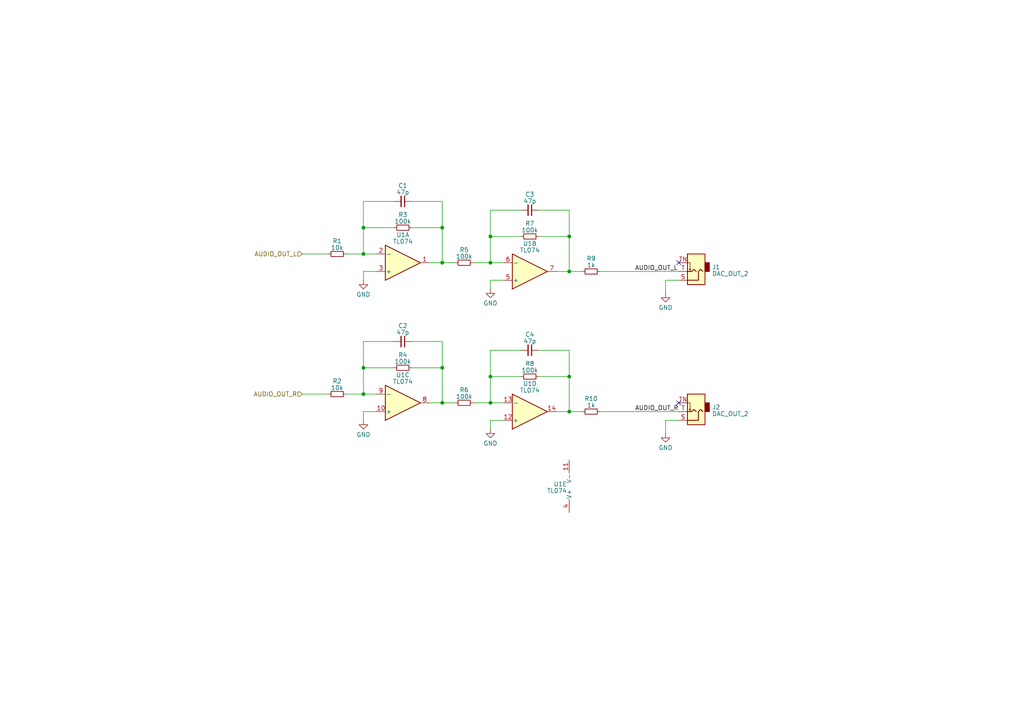
<source format=kicad_sch>
(kicad_sch (version 20230121) (generator eeschema)
  (paper "A4")
  (lib_symbols
    (symbol "Amplifier_Operational:TL074" (pin_names (offset 0.127))
      (property "Reference" "U" (at 0 5.08 0))
      (property "Value" "TL074" (at 0 -5.08 0))
      (symbol "TL074_1_1"
        (polyline (pts (xy -5.08 5.08) (xy 5.08 0) (xy -5.08 -5.08) (xy -5.08 5.08)) (stroke (width 0.254)) (fill (type background)))
        (pin output line (at 7.62 0 180) (length 2.54) (name "~") (number "1"))
        (pin input line (at -7.62 -2.54 0) (length 2.54) (name "-") (number "2"))
        (pin input line (at -7.62 2.54 0) (length 2.54) (name "+") (number "3"))
      )
      (symbol "TL074_2_1"
        (polyline (pts (xy -5.08 5.08) (xy 5.08 0) (xy -5.08 -5.08) (xy -5.08 5.08)) (stroke (width 0.254)) (fill (type background)))
        (pin input line (at -7.62 2.54 0) (length 2.54) (name "+") (number "5"))
        (pin input line (at -7.62 -2.54 0) (length 2.54) (name "-") (number "6"))
        (pin output line (at 7.62 0 180) (length 2.54) (name "~") (number "7"))
      )
      (symbol "TL074_3_1"
        (polyline (pts (xy -5.08 5.08) (xy 5.08 0) (xy -5.08 -5.08) (xy -5.08 5.08)) (stroke (width 0.254)) (fill (type background)))
        (pin input line (at -7.62 2.54 0) (length 2.54) (name "+") (number "10"))
        (pin output line (at 7.62 0 180) (length 2.54) (name "~") (number "8"))
        (pin input line (at -7.62 -2.54 0) (length 2.54) (name "-") (number "9"))
      )
      (symbol "TL074_4_1"
        (polyline (pts (xy -5.08 5.08) (xy 5.08 0) (xy -5.08 -5.08) (xy -5.08 5.08)) (stroke (width 0.254)) (fill (type background)))
        (pin input line (at -7.62 2.54 0) (length 2.54) (name "+") (number "12"))
        (pin input line (at -7.62 -2.54 0) (length 2.54) (name "-") (number "13"))
        (pin output line (at 7.62 0 180) (length 2.54) (name "~") (number "14"))
      )
      (symbol "TL074_5_1"
        (pin power_in line (at -2.54 -7.62 90) (length 3.81) (name "V-") (number "11"))
        (pin power_in line (at -2.54 7.62 270) (length 3.81) (name "V+") (number "4"))
      )
    )
    (symbol "Connector_Audio:AudioJack2_SwitchT"
      (property "Reference" "J" (at 0 8.89 0))
      (property "Value" "AudioJack2_SwitchT" (at 0 6.35 0))
      (symbol "AudioJack2_SwitchT_0_1"
        (rectangle (start -2.54 0) (end -3.81 -2.54) (stroke (width 0.254)) (fill (type outline)))
        (polyline (pts (xy 1.778 -0.254) (xy 2.032 -0.762)))
        (polyline (pts (xy 0 0) (xy 0.635 -0.635) (xy 1.27 0) (xy 2.54 0)) (stroke (width 0.254)))
        (polyline (pts (xy 2.54 -2.54) (xy 1.778 -2.54) (xy 1.778 -0.254) (xy 1.524 -0.762)))
        (polyline (pts (xy 2.54 2.54) (xy -0.635 2.54) (xy -0.635 0) (xy -1.27 -0.635) (xy -1.905 0)) (stroke (width 0.254)))
        (rectangle (start 2.54 3.81) (end -2.54 -5.08) (stroke (width 0.254)) (fill (type background)))
      )
      (symbol "AudioJack2_SwitchT_1_1"
        (pin passive line (at 5.08 2.54 180) (length 2.54) (name "~") (number "S"))
        (pin passive line (at 5.08 0 180) (length 2.54) (name "~") (number "T"))
        (pin passive line (at 5.08 -2.54 180) (length 2.54) (name "~") (number "TN"))
      )
    )
    (symbol "Device:C_Small" (pin_numbers hide) (pin_names (offset 0.254) hide)
      (property "Reference" "C" (at 0.254 1.778 0))
      (property "Value" "C_Small" (at 0.254 -2.032 0))
      (symbol "C_Small_0_1"
        (polyline (pts (xy -1.524 -0.508) (xy 1.524 -0.508)) (stroke (width 0.3302)))
        (polyline (pts (xy -1.524 0.508) (xy 1.524 0.508)) (stroke (width 0.3048)))
      )
      (symbol "C_Small_1_1"
        (pin passive line (at 0 2.54 270) (length 2.032) (name "~") (number "1"))
        (pin passive line (at 0 -2.54 90) (length 2.032) (name "~") (number "2"))
      )
    )
    (symbol "Device:R_Small" (pin_numbers hide) (pin_names (offset 0.254) hide)
      (property "Reference" "R" (at 0.762 0.508 0))
      (property "Value" "R_Small" (at 0.762 -1.016 0))
      (symbol "R_Small_0_1"
        (rectangle (start -0.762 1.778) (end 0.762 -1.778) (stroke (width 0.2032)))
      )
      (symbol "R_Small_1_1"
        (pin passive line (at 0 2.54 270) (length 0.762) (name "~") (number "1"))
        (pin passive line (at 0 -2.54 90) (length 0.762) (name "~") (number "2"))
      )
    )
    (symbol "power:GND" (power) (pin_names (offset 0))
      (property "Value" "GND" (at 0 -3.81 0))
      (symbol "GND_0_1"
        (polyline (pts (xy 0 0) (xy 0 -1.27) (xy 1.27 -1.27) (xy 0 -2.54) (xy -1.27 -1.27) (xy 0 -1.27)))
      )
      (symbol "GND_1_1"
        (pin power_in line (at 0 0 270) (length 0) hide (name "GND") (number "1"))
      )
    )
  )
  (junction (at 165.1 78.74))
  (junction (at 142.24 68.58))
  (junction (at 105.41 66.04))
  (junction (at 165.1 68.58))
  (junction (at 165.1 109.22))
  (junction (at 105.41 106.68))
  (junction (at 128.27 66.04))
  (junction (at 142.24 116.84))
  (junction (at 105.41 73.66))
  (junction (at 165.1 119.38))
  (junction (at 128.27 106.68))
  (junction (at 128.27 76.2))
  (junction (at 142.24 109.22))
  (junction (at 142.24 76.2))
  (junction (at 105.41 114.3))
  (junction (at 128.27 116.84))
  (no_connect (at 196.85 116.84))
  (no_connect (at 196.85 76.2))
  (wire (pts (xy 128.27 99.06) (xy 128.27 106.68)))
  (wire (pts (xy 100.33 114.3) (xy 105.41 114.3)))
  (wire (pts (xy 128.27 106.68) (xy 128.27 116.84)))
  (wire (pts (xy 142.24 68.58) (xy 142.24 60.96)))
  (wire (pts (xy 142.24 68.58) (xy 151.13 68.58)))
  (wire (pts (xy 105.41 66.04) (xy 105.41 58.42)))
  (wire (pts (xy 196.85 121.92) (xy 193.04 121.92)))
  (wire (pts (xy 128.27 76.2) (xy 132.08 76.2)))
  (wire (pts (xy 165.1 78.74) (xy 168.91 78.74)))
  (wire (pts (xy 173.99 78.74) (xy 196.85 78.74)))
  (wire (pts (xy 105.41 99.06) (xy 114.3 99.06)))
  (wire (pts (xy 142.24 81.28) (xy 146.05 81.28)))
  (wire (pts (xy 87.63 114.3) (xy 95.25 114.3)))
  (wire (pts (xy 156.21 101.6) (xy 165.1 101.6)))
  (wire (pts (xy 124.46 76.2) (xy 128.27 76.2)))
  (wire (pts (xy 105.41 73.66) (xy 109.22 73.66)))
  (wire (pts (xy 100.33 73.66) (xy 105.41 73.66)))
  (wire (pts (xy 161.29 78.74) (xy 165.1 78.74)))
  (wire (pts (xy 193.04 121.92) (xy 193.04 125.73)))
  (wire (pts (xy 119.38 58.42) (xy 128.27 58.42)))
  (wire (pts (xy 87.63 73.66) (xy 95.25 73.66)))
  (wire (pts (xy 142.24 121.92) (xy 146.05 121.92)))
  (wire (pts (xy 142.24 116.84) (xy 146.05 116.84)))
  (wire (pts (xy 105.41 106.68) (xy 114.3 106.68)))
  (wire (pts (xy 165.1 101.6) (xy 165.1 109.22)))
  (wire (pts (xy 156.21 60.96) (xy 165.1 60.96)))
  (wire (pts (xy 105.41 78.74) (xy 109.22 78.74)))
  (wire (pts (xy 105.41 73.66) (xy 105.41 66.04)))
  (wire (pts (xy 142.24 101.6) (xy 151.13 101.6)))
  (wire (pts (xy 173.99 119.38) (xy 196.85 119.38)))
  (wire (pts (xy 137.16 76.2) (xy 142.24 76.2)))
  (wire (pts (xy 142.24 83.82) (xy 142.24 81.28)))
  (wire (pts (xy 105.41 114.3) (xy 109.22 114.3)))
  (wire (pts (xy 142.24 76.2) (xy 142.24 68.58)))
  (wire (pts (xy 142.24 109.22) (xy 142.24 101.6)))
  (wire (pts (xy 142.24 124.46) (xy 142.24 121.92)))
  (wire (pts (xy 105.41 81.28) (xy 105.41 78.74)))
  (wire (pts (xy 165.1 60.96) (xy 165.1 68.58)))
  (wire (pts (xy 105.41 58.42) (xy 114.3 58.42)))
  (wire (pts (xy 142.24 60.96) (xy 151.13 60.96)))
  (wire (pts (xy 196.85 81.28) (xy 193.04 81.28)))
  (wire (pts (xy 193.04 81.28) (xy 193.04 85.09)))
  (wire (pts (xy 128.27 58.42) (xy 128.27 66.04)))
  (wire (pts (xy 105.41 119.38) (xy 109.22 119.38)))
  (wire (pts (xy 119.38 66.04) (xy 128.27 66.04)))
  (wire (pts (xy 128.27 66.04) (xy 128.27 76.2)))
  (wire (pts (xy 105.41 114.3) (xy 105.41 106.68)))
  (wire (pts (xy 105.41 106.68) (xy 105.41 99.06)))
  (wire (pts (xy 156.21 109.22) (xy 165.1 109.22)))
  (wire (pts (xy 142.24 76.2) (xy 146.05 76.2)))
  (wire (pts (xy 165.1 119.38) (xy 168.91 119.38)))
  (wire (pts (xy 128.27 116.84) (xy 132.08 116.84)))
  (wire (pts (xy 142.24 116.84) (xy 142.24 109.22)))
  (wire (pts (xy 124.46 116.84) (xy 128.27 116.84)))
  (wire (pts (xy 161.29 119.38) (xy 165.1 119.38)))
  (wire (pts (xy 105.41 121.92) (xy 105.41 119.38)))
  (wire (pts (xy 137.16 116.84) (xy 142.24 116.84)))
  (wire (pts (xy 165.1 68.58) (xy 165.1 78.74)))
  (wire (pts (xy 156.21 68.58) (xy 165.1 68.58)))
  (wire (pts (xy 105.41 66.04) (xy 114.3 66.04)))
  (wire (pts (xy 119.38 106.68) (xy 128.27 106.68)))
  (wire (pts (xy 119.38 99.06) (xy 128.27 99.06)))
  (wire (pts (xy 142.24 109.22) (xy 151.13 109.22)))
  (wire (pts (xy 165.1 109.22) (xy 165.1 119.38)))
  (label "AUDIO_OUT_L" (at 184.15 78.74 0))
  (label "AUDIO_OUT_R" (at 184.15 119.38 0))
  (hierarchical_label "AUDIO_OUT_L" (shape input) (at 87.63 73.66 180))
  (hierarchical_label "AUDIO_OUT_R" (shape input) (at 87.63 114.3 180))
  (symbol (lib_id "Device:C_Small") (at 116.84 58.42 270) (unit 1)
    (property "Reference" "C1" (at 116.8336 53.848 90))
    (property "Value" "47p" (at 116.8336 55.769 90))
    (property "Footprint" "Capacitor_SMD:C_0603_1608Metric" (effects hide))
    (instances (project "audrey-ii-simple_electronics" (path "" (reference "C1") (unit 1)) (path "" (reference "C1") (unit 1))) (project "daisy_dev" (path "" (reference "C9") (unit 1)) (path "" (reference "C15") (unit 1))))
  )
  (symbol (lib_id "Device:C_Small") (at 153.67 60.96 270) (unit 1)
    (property "Reference" "C3" (at 153.6636 56.388 90))
    (property "Value" "47p" (at 153.6636 58.309 90))
    (property "Footprint" "Capacitor_SMD:C_0603_1608Metric" (effects hide))
    (instances (project "audrey-ii-simple_electronics" (path "" (reference "C3") (unit 1)) (path "" (reference "C3") (unit 1))) (project "daisy_dev" (path "" (reference "C9") (unit 1)) (path "" (reference "C17") (unit 1))))
  )
  (symbol (lib_id "Amplifier_Operational:TL074") (at 116.84 116.84 0) (mirror x) (unit 3)
    (property "Reference" "U1" (at 116.84 108.7501 0))
    (property "Value" "TL074" (at 116.84 110.6711 0))
    (property "Footprint" "Package_SO:SOIC-14_3.9x8.7mm_P1.27mm" (effects hide))
    (property "Datasheet" "http://www.ti.com/lit/ds/symlink/tl071.pdf" (effects hide))
    (instances (project "audrey-ii-simple_electronics" (path "" (reference "U1") (unit 3)) (path "" (reference "U1") (unit 3))) (project "daisy_dev" (path "" (reference "U5") (unit 3))))
  )
  (symbol (lib_id "Device:R_Small") (at 153.67 109.22 90) (unit 1)
    (property "Reference" "R8" (at 153.67 105.4735 90))
    (property "Value" "100k" (at 153.67 107.3945 90))
    (property "Footprint" "Resistor_SMD:R_0603_1608Metric" (effects hide))
    (instances (project "audrey-ii-simple_electronics" (path "" (reference "R8") (unit 1)) (path "" (reference "R8") (unit 1))) (project "daisy_dev" (path "" (reference "R37") (unit 1)) (path "" (reference "R54") (unit 1))))
  )
  (symbol (lib_id "power:GND") (at 105.41 81.28 0) (unit 1)
    (property "Reference" "#PWR01" (effects hide))
    (property "Value" "GND" (at 105.41 85.4155 0))
    (instances (project "audrey-ii-simple_electronics" (path "" (reference "#PWR01") (unit 1)) (path "" (reference "#PWR01") (unit 1))) (project "daisy_dev" (path "" (reference "#PWR09") (unit 1)) (path "" (reference "#PWR033") (unit 1))))
  )
  (symbol (lib_id "Device:R_Small") (at 116.84 106.68 90) (unit 1)
    (property "Reference" "R4" (at 116.84 102.9335 90))
    (property "Value" "100k" (at 116.84 104.8545 90))
    (property "Footprint" "Resistor_SMD:R_0603_1608Metric" (effects hide))
    (instances (project "audrey-ii-simple_electronics" (path "" (reference "R4") (unit 1)) (path "" (reference "R4") (unit 1))) (project "daisy_dev" (path "" (reference "R37") (unit 1)) (path "" (reference "R50") (unit 1))))
  )
  (symbol (lib_id "Device:C_Small") (at 153.67 101.6 270) (unit 1)
    (property "Reference" "C4" (at 153.6636 97.028 90))
    (property "Value" "47p" (at 153.6636 98.949 90))
    (property "Footprint" "Capacitor_SMD:C_0603_1608Metric" (effects hide))
    (instances (project "audrey-ii-simple_electronics" (path "" (reference "C4") (unit 1)) (path "" (reference "C4") (unit 1))) (project "daisy_dev" (path "" (reference "C9") (unit 1)) (path "" (reference "C18") (unit 1))))
  )
  (symbol (lib_id "power:GND") (at 105.41 121.92 0) (unit 1)
    (property "Reference" "#PWR02" (effects hide))
    (property "Value" "GND" (at 105.41 126.0555 0))
    (instances (project "audrey-ii-simple_electronics" (path "" (reference "#PWR02") (unit 1)) (path "" (reference "#PWR02") (unit 1))) (project "daisy_dev" (path "" (reference "#PWR09") (unit 1)) (path "" (reference "#PWR034") (unit 1))))
  )
  (symbol (lib_id "power:GND") (at 142.24 124.46 0) (unit 1)
    (property "Reference" "#PWR04" (effects hide))
    (property "Value" "GND" (at 142.24 128.5955 0))
    (instances (project "audrey-ii-simple_electronics" (path "" (reference "#PWR04") (unit 1)) (path "" (reference "#PWR04") (unit 1))) (project "daisy_dev" (path "" (reference "#PWR09") (unit 1)) (path "" (reference "#PWR036") (unit 1))))
  )
  (symbol (lib_id "Amplifier_Operational:TL074") (at 153.67 78.74 0) (mirror x) (unit 2)
    (property "Reference" "U1" (at 153.67 70.6501 0))
    (property "Value" "TL074" (at 153.67 72.5711 0))
    (property "Footprint" "Package_SO:SOIC-14_3.9x8.7mm_P1.27mm" (effects hide))
    (property "Datasheet" "http://www.ti.com/lit/ds/symlink/tl071.pdf" (effects hide))
    (instances (project "audrey-ii-simple_electronics" (path "" (reference "U1") (unit 2)) (path "" (reference "U1") (unit 2))) (project "daisy_dev" (path "" (reference "U5") (unit 2))))
  )
  (symbol (lib_id "Amplifier_Operational:TL074") (at 116.84 76.2 0) (mirror x) (unit 1)
    (property "Reference" "U1" (at 116.84 68.1101 0))
    (property "Value" "TL074" (at 116.84 70.0311 0))
    (property "Footprint" "Package_SO:SOIC-14_3.9x8.7mm_P1.27mm" (effects hide))
    (property "Datasheet" "http://www.ti.com/lit/ds/symlink/tl071.pdf" (effects hide))
    (instances (project "audrey-ii-simple_electronics" (path "" (reference "U1") (unit 1)) (path "" (reference "U1") (unit 1))) (project "daisy_dev" (path "" (reference "U5") (unit 1))))
  )
  (symbol (lib_id "Device:R_Small") (at 153.67 68.58 90) (unit 1)
    (property "Reference" "R7" (at 153.67 64.8335 90))
    (property "Value" "100k" (at 153.67 66.7545 90))
    (property "Footprint" "Resistor_SMD:R_0603_1608Metric" (effects hide))
    (instances (project "audrey-ii-simple_electronics" (path "" (reference "R7") (unit 1)) (path "" (reference "R7") (unit 1))) (project "daisy_dev" (path "" (reference "R37") (unit 1)) (path "" (reference "R53") (unit 1))))
  )
  (symbol (lib_id "Device:R_Small") (at 134.62 76.2 90) (unit 1)
    (property "Reference" "R5" (at 134.62 72.4535 90))
    (property "Value" "100k" (at 134.62 74.3745 90))
    (property "Footprint" "Resistor_SMD:R_0603_1608Metric" (effects hide))
    (instances (project "audrey-ii-simple_electronics" (path "" (reference "R5") (unit 1)) (path "" (reference "R5") (unit 1))) (project "daisy_dev" (path "" (reference "R37") (unit 1)) (path "" (reference "R51") (unit 1))))
  )
  (symbol (lib_id "Connector_Audio:AudioJack2_SwitchT") (at 201.93 78.74 180) (unit 1)
    (property "Reference" "J1" (at 206.502 77.4613 0) (effects (justify right)))
    (property "Value" "DAC_OUT_2" (at 206.502 79.3823 0) (effects (justify right)))
    (property "Footprint" "util:Jack_3.5mm_QingPu_WQP-PJ398SM_Vertical_CircularHoles" (effects hide))
    (instances (project "audrey-ii-simple_electronics" (path "" (reference "J1") (unit 1)) (path "" (reference "J1") (unit 1))) (project "daisy_dev" (path "" (reference "J2") (unit 1)) (path "" (reference "J11") (unit 1))))
  )
  (symbol (lib_id "power:GND") (at 142.24 83.82 0) (unit 1)
    (property "Reference" "#PWR03" (effects hide))
    (property "Value" "GND" (at 142.24 87.9555 0))
    (instances (project "audrey-ii-simple_electronics" (path "" (reference "#PWR03") (unit 1)) (path "" (reference "#PWR03") (unit 1))) (project "daisy_dev" (path "" (reference "#PWR09") (unit 1)) (path "" (reference "#PWR035") (unit 1))))
  )
  (symbol (lib_id "Device:R_Small") (at 171.45 78.74 90) (unit 1)
    (property "Reference" "R9" (at 171.45 74.9935 90))
    (property "Value" "1k" (at 171.45 76.9145 90))
    (property "Footprint" "Resistor_SMD:R_0603_1608Metric" (effects hide))
    (instances (project "audrey-ii-simple_electronics" (path "" (reference "R9") (unit 1)) (path "" (reference "R9") (unit 1))) (project "daisy_dev" (path "" (reference "R37") (unit 1)) (path "" (reference "R55") (unit 1))))
  )
  (symbol (lib_id "Device:R_Small") (at 171.45 119.38 90) (unit 1)
    (property "Reference" "R10" (at 171.45 115.6335 90))
    (property "Value" "1k" (at 171.45 117.5545 90))
    (property "Footprint" "Resistor_SMD:R_0603_1608Metric" (effects hide))
    (instances (project "audrey-ii-simple_electronics" (path "" (reference "R10") (unit 1)) (path "" (reference "R10") (unit 1))) (project "daisy_dev" (path "" (reference "R37") (unit 1)) (path "" (reference "R56") (unit 1))))
  )
  (symbol (lib_id "Device:R_Small") (at 97.79 114.3 90) (unit 1)
    (property "Reference" "R2" (at 97.79 110.5535 90))
    (property "Value" "10k" (at 97.79 112.4745 90))
    (property "Footprint" "Resistor_SMD:R_0603_1608Metric" (effects hide))
    (instances (project "audrey-ii-simple_electronics" (path "" (reference "R2") (unit 1)) (path "" (reference "R2") (unit 1))) (project "daisy_dev" (path "" (reference "R37") (unit 1)) (path "" (reference "R48") (unit 1))))
  )
  (symbol (lib_id "Device:R_Small") (at 134.62 116.84 90) (unit 1)
    (property "Reference" "R6" (at 134.62 113.0935 90))
    (property "Value" "100k" (at 134.62 115.0145 90))
    (property "Footprint" "Resistor_SMD:R_0603_1608Metric" (effects hide))
    (instances (project "audrey-ii-simple_electronics" (path "" (reference "R6") (unit 1)) (path "" (reference "R6") (unit 1))) (project "daisy_dev" (path "" (reference "R37") (unit 1)) (path "" (reference "R52") (unit 1))))
  )
  (symbol (lib_id "power:GND") (at 193.04 125.73 0) (unit 1)
    (property "Reference" "#PWR06" (effects hide))
    (property "Value" "GND" (at 193.04 129.8655 0))
    (instances (project "audrey-ii-simple_electronics" (path "" (reference "#PWR06") (unit 1)) (path "" (reference "#PWR06") (unit 1))) (project "daisy_dev" (path "" (reference "#PWR09") (unit 1)) (path "" (reference "#PWR049") (unit 1))))
  )
  (symbol (lib_id "Device:R_Small") (at 97.79 73.66 90) (unit 1)
    (property "Reference" "R1" (at 97.79 69.9135 90))
    (property "Value" "10k" (at 97.79 71.8345 90))
    (property "Footprint" "Resistor_SMD:R_0603_1608Metric" (effects hide))
    (instances (project "audrey-ii-simple_electronics" (path "" (reference "R1") (unit 1)) (path "" (reference "R1") (unit 1))) (project "daisy_dev" (path "" (reference "R37") (unit 1)) (path "" (reference "R47") (unit 1))))
  )
  (symbol (lib_id "power:GND") (at 193.04 85.09 0) (unit 1)
    (property "Reference" "#PWR05" (effects hide))
    (property "Value" "GND" (at 193.04 89.2255 0))
    (instances (project "audrey-ii-simple_electronics" (path "" (reference "#PWR05") (unit 1)) (path "" (reference "#PWR05") (unit 1))) (project "daisy_dev" (path "" (reference "#PWR09") (unit 1)) (path "" (reference "#PWR048") (unit 1))))
  )
  (symbol (lib_id "Device:R_Small") (at 116.84 66.04 90) (unit 1)
    (property "Reference" "R3" (at 116.84 62.2935 90))
    (property "Value" "100k" (at 116.84 64.2145 90))
    (property "Footprint" "Resistor_SMD:R_0603_1608Metric" (effects hide))
    (instances (project "audrey-ii-simple_electronics" (path "" (reference "R3") (unit 1)) (path "" (reference "R3") (unit 1))) (project "daisy_dev" (path "" (reference "R37") (unit 1)) (path "" (reference "R49") (unit 1))))
  )
  (symbol (lib_id "Amplifier_Operational:TL074") (at 167.6339 141.0465 0) (mirror x) (unit 5)
    (property "Reference" "U1" (at 164.4589 140.4028 0) (effects (justify right)))
    (property "Value" "TL074" (at 164.4589 142.3238 0) (effects (justify right)))
    (property "Footprint" "Package_SO:SOIC-14_3.9x8.7mm_P1.27mm" (effects hide))
    (property "Datasheet" "http://www.ti.com/lit/ds/symlink/tl071.pdf" (effects hide))
    (instances (project "audrey-ii-simple_electronics" (path "" (reference "U1") (unit 5)) (path "" (reference "U1") (unit 5))) (project "daisy_dev" (path "" (reference "U5") (unit 5))))
  )
  (symbol (lib_id "Amplifier_Operational:TL074") (at 153.67 119.38 0) (mirror x) (unit 4)
    (property "Reference" "U1" (at 153.67 111.2901 0))
    (property "Value" "TL074" (at 153.67 113.2111 0))
    (property "Footprint" "Package_SO:SOIC-14_3.9x8.7mm_P1.27mm" (effects hide))
    (property "Datasheet" "http://www.ti.com/lit/ds/symlink/tl071.pdf" (effects hide))
    (instances (project "audrey-ii-simple_electronics" (path "" (reference "U1") (unit 4)) (path "" (reference "U1") (unit 4))) (project "daisy_dev" (path "" (reference "U5") (unit 4))))
  )
  (symbol (lib_id "Connector_Audio:AudioJack2_SwitchT") (at 201.93 119.38 180) (unit 1)
    (property "Reference" "J2" (at 206.502 118.1013 0) (effects (justify right)))
    (property "Value" "DAC_OUT_2" (at 206.502 120.0223 0) (effects (justify right)))
    (property "Footprint" "util:Jack_3.5mm_QingPu_WQP-PJ398SM_Vertical_CircularHoles" (effects hide))
    (instances (project "audrey-ii-simple_electronics" (path "" (reference "J2") (unit 1)) (path "" (reference "J2") (unit 1))) (project "daisy_dev" (path "" (reference "J2") (unit 1)) (path "" (reference "J13") (unit 1))))
  )
  (symbol (lib_id "Device:C_Small") (at 116.84 99.06 270) (unit 1)
    (property "Reference" "C2" (at 116.8336 94.488 90))
    (property "Value" "47p" (at 116.8336 96.409 90))
    (property "Footprint" "Capacitor_SMD:C_0603_1608Metric" (effects hide))
    (instances (project "audrey-ii-simple_electronics" (path "" (reference "C2") (unit 1)) (path "" (reference "C2") (unit 1))) (project "daisy_dev" (path "" (reference "C9") (unit 1)) (path "" (reference "C16") (unit 1))))
  )
)
</source>
